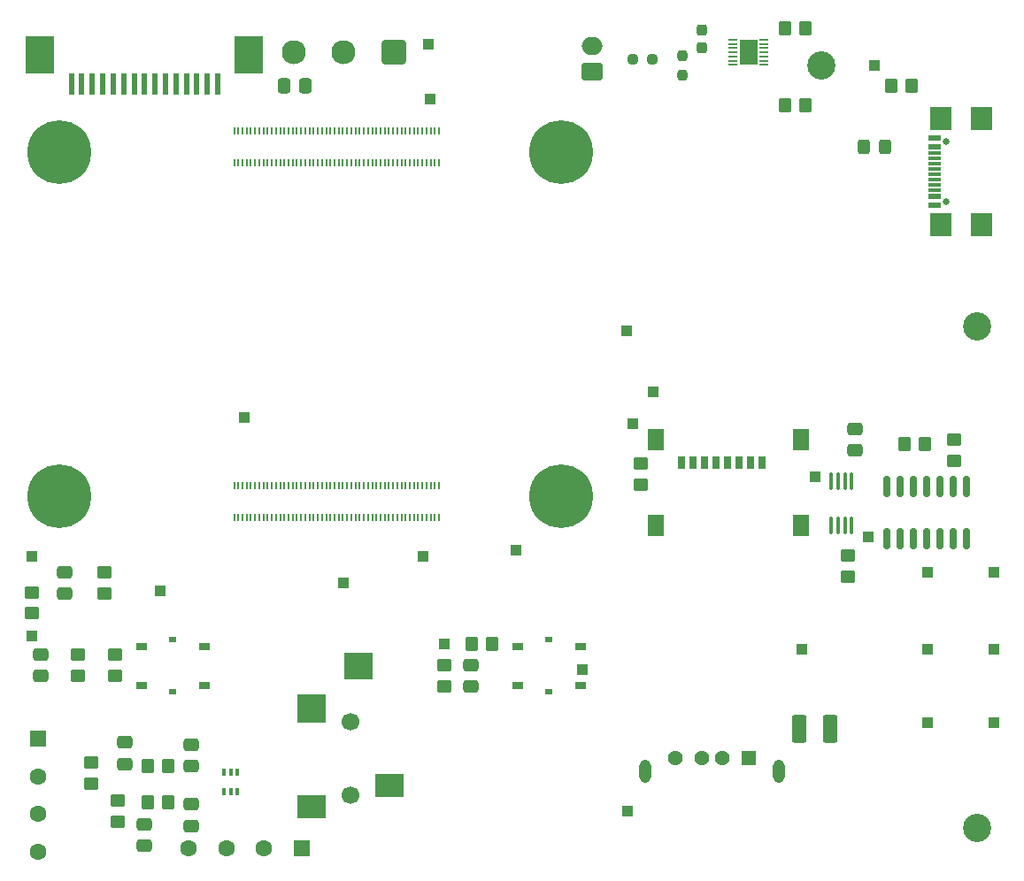
<source format=gbr>
%TF.GenerationSoftware,KiCad,Pcbnew,(6.0.5)*%
%TF.CreationDate,2022-05-15T18:43:58+01:00*%
%TF.ProjectId,CM4Carrier,434d3443-6172-4726-9965-722e6b696361,Rev1-Untested*%
%TF.SameCoordinates,Original*%
%TF.FileFunction,Soldermask,Bot*%
%TF.FilePolarity,Negative*%
%FSLAX46Y46*%
G04 Gerber Fmt 4.6, Leading zero omitted, Abs format (unit mm)*
G04 Created by KiCad (PCBNEW (6.0.5)) date 2022-05-15 18:43:58*
%MOMM*%
%LPD*%
G01*
G04 APERTURE LIST*
G04 Aperture macros list*
%AMRoundRect*
0 Rectangle with rounded corners*
0 $1 Rounding radius*
0 $2 $3 $4 $5 $6 $7 $8 $9 X,Y pos of 4 corners*
0 Add a 4 corners polygon primitive as box body*
4,1,4,$2,$3,$4,$5,$6,$7,$8,$9,$2,$3,0*
0 Add four circle primitives for the rounded corners*
1,1,$1+$1,$2,$3*
1,1,$1+$1,$4,$5*
1,1,$1+$1,$6,$7*
1,1,$1+$1,$8,$9*
0 Add four rect primitives between the rounded corners*
20,1,$1+$1,$2,$3,$4,$5,0*
20,1,$1+$1,$4,$5,$6,$7,0*
20,1,$1+$1,$6,$7,$8,$9,0*
20,1,$1+$1,$8,$9,$2,$3,0*%
G04 Aperture macros list end*
%ADD10C,2.700000*%
%ADD11R,1.000000X1.000000*%
%ADD12RoundRect,0.250000X-0.550000X0.550000X-0.550000X-0.550000X0.550000X-0.550000X0.550000X0.550000X0*%
%ADD13C,1.600000*%
%ADD14RoundRect,0.250000X0.550000X0.550000X-0.550000X0.550000X-0.550000X-0.550000X0.550000X-0.550000X0*%
%ADD15RoundRect,0.250001X0.899999X0.899999X-0.899999X0.899999X-0.899999X-0.899999X0.899999X-0.899999X0*%
%ADD16C,2.300000*%
%ADD17R,1.000000X0.700000*%
%ADD18R,0.700000X0.600000*%
%ADD19C,1.700000*%
%ADD20R,2.800000X2.200000*%
%ADD21R,2.800000X2.800000*%
%ADD22R,2.800000X2.600000*%
%ADD23RoundRect,0.250000X0.475000X-0.337500X0.475000X0.337500X-0.475000X0.337500X-0.475000X-0.337500X0*%
%ADD24RoundRect,0.250000X-0.450000X0.350000X-0.450000X-0.350000X0.450000X-0.350000X0.450000X0.350000X0*%
%ADD25R,0.400000X0.650000*%
%ADD26RoundRect,0.250000X-0.475000X0.337500X-0.475000X-0.337500X0.475000X-0.337500X0.475000X0.337500X0*%
%ADD27RoundRect,0.100000X0.100000X-0.712500X0.100000X0.712500X-0.100000X0.712500X-0.100000X-0.712500X0*%
%ADD28RoundRect,0.237500X0.250000X0.237500X-0.250000X0.237500X-0.250000X-0.237500X0.250000X-0.237500X0*%
%ADD29RoundRect,0.250000X-0.337500X-0.475000X0.337500X-0.475000X0.337500X0.475000X-0.337500X0.475000X0*%
%ADD30RoundRect,0.250000X0.350000X0.450000X-0.350000X0.450000X-0.350000X-0.450000X0.350000X-0.450000X0*%
%ADD31RoundRect,0.250001X-0.462499X-1.074999X0.462499X-1.074999X0.462499X1.074999X-0.462499X1.074999X0*%
%ADD32RoundRect,0.150000X-0.150000X0.825000X-0.150000X-0.825000X0.150000X-0.825000X0.150000X0.825000X0*%
%ADD33RoundRect,0.250000X0.450000X-0.350000X0.450000X0.350000X-0.450000X0.350000X-0.450000X-0.350000X0*%
%ADD34C,6.100000*%
%ADD35R,0.200000X0.700000*%
%ADD36R,0.610000X2.000000*%
%ADD37R,2.680000X3.600000*%
%ADD38RoundRect,0.250000X0.325000X0.450000X-0.325000X0.450000X-0.325000X-0.450000X0.325000X-0.450000X0*%
%ADD39RoundRect,0.250000X-0.350000X-0.450000X0.350000X-0.450000X0.350000X0.450000X-0.350000X0.450000X0*%
%ADD40RoundRect,0.250000X0.750000X-0.600000X0.750000X0.600000X-0.750000X0.600000X-0.750000X-0.600000X0*%
%ADD41O,2.000000X1.700000*%
%ADD42RoundRect,0.050000X0.337500X0.050000X-0.337500X0.050000X-0.337500X-0.050000X0.337500X-0.050000X0*%
%ADD43R,1.780000X2.350000*%
%ADD44C,0.650000*%
%ADD45R,1.150000X0.600000*%
%ADD46R,1.150000X0.300000*%
%ADD47R,2.000000X2.180000*%
%ADD48R,1.428000X1.428000*%
%ADD49C,1.428000*%
%ADD50O,1.108000X2.216000*%
%ADD51R,0.800000X1.200000*%
%ADD52R,1.500000X2.000000*%
%ADD53RoundRect,0.237500X0.237500X-0.250000X0.237500X0.250000X-0.237500X0.250000X-0.237500X-0.250000X0*%
%ADD54RoundRect,0.237500X0.237500X-0.300000X0.237500X0.300000X-0.237500X0.300000X-0.237500X-0.300000X0*%
G04 APERTURE END LIST*
D10*
%TO.C,REF\u002A\u002A*%
X200297000Y-136462000D03*
%TD*%
D11*
%TO.C,TP26*%
X190500000Y-63500000D03*
%TD*%
%TO.C,TP5*%
X166740000Y-88900000D03*
%TD*%
%TO.C,TP7*%
X147320000Y-110490000D03*
%TD*%
%TO.C,TP18*%
X156210000Y-109855000D03*
%TD*%
%TO.C,TP2*%
X166878000Y-134874000D03*
%TD*%
%TO.C,TP10*%
X162560000Y-121285000D03*
%TD*%
%TO.C,TP23*%
X189865000Y-108585000D03*
%TD*%
D12*
%TO.C,J2*%
X110490000Y-127949999D03*
D13*
X110490000Y-131549999D03*
X110490000Y-135149999D03*
X110490000Y-138749999D03*
%TD*%
D10*
%TO.C,REF\u002A\u002A*%
X185400000Y-63470000D03*
%TD*%
D11*
%TO.C,TP6*%
X109855000Y-110490000D03*
%TD*%
%TO.C,TP9*%
X109855000Y-118110000D03*
%TD*%
%TO.C,TP27*%
X122174000Y-113792000D03*
%TD*%
%TO.C,TP4*%
X169275000Y-94742000D03*
%TD*%
D10*
%TO.C,REF\u002A\u002A*%
X200297000Y-88464000D03*
%TD*%
D11*
%TO.C,TP1*%
X147955000Y-66675000D03*
%TD*%
%TO.C,TP19*%
X183515000Y-119380000D03*
%TD*%
D14*
%TO.C,J8*%
X135680000Y-138430000D03*
D13*
X132080000Y-138430000D03*
X128480000Y-138430000D03*
X124880000Y-138430000D03*
%TD*%
D15*
%TO.C,J7*%
X144500000Y-62230000D03*
D16*
X139700000Y-62230000D03*
X134900000Y-62230000D03*
%TD*%
D11*
%TO.C,TP3*%
X167386000Y-97790000D03*
%TD*%
%TO.C,TP8*%
X130175000Y-97155000D03*
%TD*%
%TO.C,TP24*%
X147828000Y-61468000D03*
%TD*%
%TO.C,TP11*%
X139700000Y-113030000D03*
%TD*%
%TO.C,TP22*%
X184785000Y-102870000D03*
%TD*%
%TO.C,TP14*%
X201930000Y-119380000D03*
%TD*%
D17*
%TO.C,SW14*%
X126349995Y-119119913D03*
X120349995Y-119119913D03*
X126349995Y-122819913D03*
X120349995Y-122819913D03*
D18*
X123349995Y-118469913D03*
X123349995Y-123469913D03*
%TD*%
D19*
%TO.C,J6*%
X140335000Y-133310000D03*
X140335000Y-126310000D03*
D20*
X144035000Y-132410000D03*
X136635000Y-134410000D03*
D21*
X136635000Y-125010000D03*
D22*
X141085000Y-121010000D03*
%TD*%
D11*
%TO.C,TP12*%
X195580000Y-119380000D03*
%TD*%
%TO.C,TP13*%
X195580000Y-126365000D03*
%TD*%
D23*
%TO.C,C14*%
X113030000Y-114067500D03*
X113030000Y-111992500D03*
%TD*%
D24*
%TO.C,R15*%
X116840000Y-112030000D03*
X116840000Y-114030000D03*
%TD*%
%TO.C,R2*%
X168148000Y-101616000D03*
X168148000Y-103616000D03*
%TD*%
D25*
%TO.C,D4*%
X129555011Y-133044997D03*
X128905000Y-133045000D03*
X128255000Y-133045000D03*
X128255000Y-131145000D03*
X128905000Y-131145000D03*
X129555000Y-131145000D03*
%TD*%
D26*
%TO.C,C34*%
X151892000Y-120882500D03*
X151892000Y-122957500D03*
%TD*%
D27*
%TO.C,U1*%
X188300000Y-107522500D03*
X187650000Y-107522500D03*
X187000007Y-107522493D03*
X186350000Y-107522500D03*
X186350000Y-103297500D03*
X187000000Y-103297500D03*
X187650000Y-103297500D03*
X188300000Y-103297500D03*
%TD*%
D28*
%TO.C,R10*%
X169187500Y-62865000D03*
X167362500Y-62865000D03*
%TD*%
D29*
%TO.C,C26*%
X133985000Y-65405000D03*
X136060000Y-65405000D03*
%TD*%
D26*
%TO.C,C29*%
X125095000Y-134217500D03*
X125095000Y-136292500D03*
%TD*%
D23*
%TO.C,C1*%
X188595000Y-100330000D03*
X188595000Y-98255000D03*
%TD*%
D30*
%TO.C,R46*%
X153908000Y-118872000D03*
X151908000Y-118872000D03*
%TD*%
%TO.C,R38*%
X194040000Y-65405000D03*
X192040000Y-65405000D03*
%TD*%
D26*
%TO.C,C33*%
X110744000Y-119866500D03*
X110744000Y-121941500D03*
%TD*%
D24*
%TO.C,R3*%
X187960000Y-110395000D03*
X187960000Y-112395000D03*
%TD*%
D11*
%TO.C,TP15*%
X201930000Y-126365000D03*
%TD*%
D23*
%TO.C,C30*%
X125095000Y-130577500D03*
X125095000Y-128502500D03*
%TD*%
D31*
%TO.C,F1*%
X183297500Y-127000000D03*
X186272500Y-127000000D03*
%TD*%
D24*
%TO.C,R39*%
X118110000Y-133890000D03*
X118110000Y-135890000D03*
%TD*%
D32*
%TO.C,U5*%
X191643000Y-103824000D03*
X192913000Y-103824000D03*
X194183000Y-103824000D03*
X195453000Y-103824000D03*
X196723000Y-103824000D03*
X197993000Y-103824000D03*
X199263000Y-103824000D03*
X199263000Y-108774000D03*
X197993000Y-108774000D03*
X196723000Y-108774000D03*
X195453000Y-108774000D03*
X194183000Y-108774000D03*
X192913000Y-108774000D03*
X191643000Y-108774000D03*
%TD*%
D33*
%TO.C,R50*%
X149352000Y-122920000D03*
X149352000Y-120920000D03*
%TD*%
D24*
%TO.C,R45*%
X117856000Y-119904000D03*
X117856000Y-121904000D03*
%TD*%
D11*
%TO.C,TP16*%
X195580000Y-112014000D03*
%TD*%
D34*
%TO.C,Module1*%
X112525000Y-71765000D03*
X160525000Y-104765000D03*
X160525000Y-71765000D03*
X112525000Y-104765000D03*
D35*
X129225000Y-69765000D03*
X129225000Y-72845000D03*
X129625000Y-69765000D03*
X129625000Y-72845000D03*
X130025000Y-69765000D03*
X130025000Y-72845000D03*
X130425000Y-69765000D03*
X130425000Y-72845000D03*
X130825000Y-69765000D03*
X130825000Y-72845000D03*
X131225000Y-69765000D03*
X131225000Y-72845000D03*
X131625000Y-69765000D03*
X131625000Y-72845000D03*
X132025000Y-69765000D03*
X132025000Y-72845000D03*
X132425000Y-69765000D03*
X132425000Y-72845000D03*
X132825000Y-69765000D03*
X132825000Y-72845000D03*
X133225000Y-69765000D03*
X133225000Y-72845000D03*
X133625000Y-69765000D03*
X133625000Y-72845000D03*
X134025000Y-69765000D03*
X134025000Y-72845000D03*
X134425000Y-69765000D03*
X134425000Y-72845000D03*
X134825000Y-69765000D03*
X134825000Y-72845000D03*
X135225000Y-69765000D03*
X135225000Y-72845000D03*
X135625000Y-69765000D03*
X135625000Y-72845000D03*
X136025000Y-69765000D03*
X136025000Y-72845000D03*
X136425000Y-69765000D03*
X136425000Y-72845000D03*
X136825000Y-69765000D03*
X136825000Y-72845000D03*
X137225000Y-69765000D03*
X137225000Y-72845000D03*
X137625000Y-69765000D03*
X137625000Y-72845000D03*
X138025000Y-69765000D03*
X138025000Y-72845000D03*
X138425000Y-69765000D03*
X138425000Y-72845000D03*
X138825000Y-69765000D03*
X138825000Y-72845000D03*
X139225000Y-69765000D03*
X139225000Y-72845000D03*
X139625000Y-69765000D03*
X139625000Y-72845000D03*
X140025000Y-69765000D03*
X140025000Y-72845000D03*
X140425000Y-69765000D03*
X140425000Y-72845000D03*
X140825000Y-69765000D03*
X140825000Y-72845000D03*
X141225000Y-69765000D03*
X141225000Y-72845000D03*
X141625000Y-69765000D03*
X141625000Y-72845000D03*
X142025000Y-69765000D03*
X142025000Y-72845000D03*
X142425000Y-69765000D03*
X142425000Y-72845000D03*
X142825000Y-69765000D03*
X142825000Y-72845000D03*
X143225000Y-69765000D03*
X143225000Y-72845000D03*
X143625000Y-69765000D03*
X143625000Y-72845000D03*
X144025000Y-69765000D03*
X144025000Y-72845000D03*
X144425000Y-69765000D03*
X144425000Y-72845000D03*
X144825000Y-69765000D03*
X144825000Y-72845000D03*
X145225000Y-69765000D03*
X145225000Y-72845000D03*
X145625000Y-69765000D03*
X145625000Y-72845000D03*
X146025000Y-69765000D03*
X146025000Y-72845000D03*
X146425000Y-69765000D03*
X146425000Y-72845000D03*
X146825000Y-69765000D03*
X146825000Y-72845000D03*
X147225000Y-69765000D03*
X147225000Y-72845000D03*
X147625000Y-69765000D03*
X147625000Y-72845000D03*
X148025000Y-69765000D03*
X148025000Y-72845000D03*
X148425000Y-69765000D03*
X148425000Y-72845000D03*
X148825000Y-69765000D03*
X148825000Y-72845000D03*
X129225000Y-103685000D03*
X129225000Y-106765000D03*
X129625000Y-103685000D03*
X129625000Y-106765000D03*
X130025000Y-103685000D03*
X130025000Y-106765000D03*
X130425000Y-103685000D03*
X130425000Y-106765000D03*
X130825000Y-103685000D03*
X130825000Y-106765000D03*
X131225000Y-103685000D03*
X131225000Y-106765000D03*
X131625000Y-103685000D03*
X131625000Y-106765000D03*
X132025000Y-103685000D03*
X132025000Y-106765000D03*
X132425000Y-103685000D03*
X132425000Y-106765000D03*
X132825000Y-103685000D03*
X132825000Y-106765000D03*
X133225000Y-103685000D03*
X133225000Y-106765000D03*
X133625000Y-103685000D03*
X133625000Y-106765000D03*
X134025000Y-103685000D03*
X134025000Y-106765000D03*
X134425000Y-103685000D03*
X134425000Y-106765000D03*
X134825000Y-103685000D03*
X134825000Y-106765000D03*
X135225000Y-103685000D03*
X135225000Y-106765000D03*
X135625000Y-103685000D03*
X135625000Y-106765000D03*
X136025000Y-103685000D03*
X136025000Y-106765000D03*
X136425000Y-103685000D03*
X136425000Y-106765000D03*
X136825000Y-103685000D03*
X136825000Y-106765000D03*
X137225000Y-103685000D03*
X137225000Y-106765000D03*
X137625000Y-103685000D03*
X137625000Y-106765000D03*
X138025000Y-103685000D03*
X138025000Y-106765000D03*
X138425000Y-103685000D03*
X138425000Y-106765000D03*
X138825000Y-103685000D03*
X138825000Y-106765000D03*
X139225000Y-103685000D03*
X139225000Y-106765000D03*
X139625000Y-103685000D03*
X139625000Y-106765000D03*
X140025000Y-103685000D03*
X140025000Y-106765000D03*
X140425000Y-103685000D03*
X140425000Y-106765000D03*
X140825000Y-103685000D03*
X140825000Y-106765000D03*
X141225000Y-103685000D03*
X141225000Y-106765000D03*
X141625000Y-103685000D03*
X141625000Y-106765000D03*
X142025000Y-103685000D03*
X142025000Y-106765000D03*
X142425000Y-103685000D03*
X142425000Y-106765000D03*
X142825000Y-103685000D03*
X142825000Y-106765000D03*
X143225000Y-103685000D03*
X143225000Y-106765000D03*
X143625000Y-103685000D03*
X143625000Y-106765000D03*
X144025000Y-103685000D03*
X144025000Y-106765000D03*
X144425000Y-103685000D03*
X144425000Y-106765000D03*
X144825000Y-103685000D03*
X144825000Y-106765000D03*
X145225000Y-103685000D03*
X145225000Y-106765000D03*
X145625000Y-103685000D03*
X145625000Y-106765000D03*
X146025000Y-103685000D03*
X146025000Y-106765000D03*
X146425000Y-103685000D03*
X146425000Y-106765000D03*
X146825000Y-103685000D03*
X146825000Y-106765000D03*
X147225000Y-103685000D03*
X147225000Y-106765000D03*
X147625000Y-103685000D03*
X147625000Y-106765000D03*
X148025000Y-103685000D03*
X148025000Y-106765000D03*
X148425000Y-103685000D03*
X148425000Y-106765000D03*
X148825000Y-103685000D03*
X148825000Y-106765000D03*
%TD*%
D36*
%TO.C,J5*%
X113650000Y-65245000D03*
X114650000Y-65245000D03*
X115650000Y-65245000D03*
X116650000Y-65245000D03*
X117650000Y-65245000D03*
X118650000Y-65245000D03*
X119650000Y-65245000D03*
X120650000Y-65245000D03*
X121650000Y-65245000D03*
X122650000Y-65245000D03*
X123650000Y-65245000D03*
X124650000Y-65245000D03*
X125650000Y-65245000D03*
X126650000Y-65245000D03*
X127650000Y-65245000D03*
D37*
X110660000Y-62445000D03*
X130640000Y-62445000D03*
%TD*%
D24*
%TO.C,R40*%
X115570000Y-130212500D03*
X115570000Y-132212500D03*
%TD*%
D30*
%TO.C,R42*%
X122920000Y-130577499D03*
X120920000Y-130577499D03*
%TD*%
D33*
%TO.C,R49*%
X114300000Y-121904000D03*
X114300000Y-119904000D03*
%TD*%
D11*
%TO.C,TP28*%
X149352000Y-118872000D03*
%TD*%
D38*
%TO.C,F2*%
X191525000Y-71247000D03*
X189475000Y-71247000D03*
%TD*%
D39*
%TO.C,TH1*%
X181880000Y-59944000D03*
X183880000Y-59944000D03*
%TD*%
D26*
%TO.C,C27*%
X120649999Y-136122500D03*
X120649999Y-138197500D03*
%TD*%
D17*
%TO.C,SW15*%
X162349999Y-119119913D03*
X156349999Y-119119913D03*
X162349999Y-122819913D03*
X156349999Y-122819913D03*
D18*
X159349999Y-118469913D03*
X159349999Y-123469913D03*
%TD*%
D33*
%TO.C,R13*%
X109855000Y-115935000D03*
X109855000Y-113935000D03*
%TD*%
D40*
%TO.C,BT1*%
X163470000Y-64115000D03*
D41*
X163470000Y-61615000D03*
%TD*%
D42*
%TO.C,U3*%
X179922500Y-61030000D03*
X179922500Y-61430000D03*
X179922500Y-61830000D03*
X179922500Y-62230000D03*
X179922500Y-62630000D03*
X179922500Y-63030000D03*
X179922500Y-63430000D03*
X176947500Y-63430000D03*
X176947500Y-63030000D03*
X176947500Y-62630000D03*
X176947500Y-62230000D03*
X176947500Y-61830000D03*
X176947500Y-61430000D03*
X176947500Y-61030000D03*
D43*
X178435000Y-62230000D03*
%TD*%
D44*
%TO.C,J4*%
X197327500Y-76550000D03*
X197327500Y-70770000D03*
D45*
X196252500Y-70460000D03*
X196252500Y-71260000D03*
D46*
X196252500Y-72410000D03*
X196252500Y-73410000D03*
X196252500Y-73910000D03*
X196252500Y-74910000D03*
D45*
X196252500Y-76860000D03*
X196252500Y-76060000D03*
D46*
X196252500Y-75410000D03*
X196252500Y-74410000D03*
X196252500Y-72910000D03*
X196252500Y-71910000D03*
D47*
X196827500Y-68550000D03*
X196827500Y-78770000D03*
X200757500Y-68550000D03*
X200757500Y-78770000D03*
%TD*%
D30*
%TO.C,R41*%
X122920000Y-133984999D03*
X120920000Y-133984999D03*
%TD*%
D48*
%TO.C,J3*%
X178450000Y-129822500D03*
D49*
X175950000Y-129822500D03*
X173950000Y-129822500D03*
X171450000Y-129822500D03*
D50*
X181350000Y-131022500D03*
X168550000Y-131022500D03*
%TD*%
D23*
%TO.C,C28*%
X118745000Y-130344999D03*
X118745000Y-128269999D03*
%TD*%
D30*
%TO.C,R8*%
X183880000Y-67310000D03*
X181880000Y-67310000D03*
%TD*%
D51*
%TO.C,J1*%
X179755000Y-101515000D03*
X178655000Y-101515000D03*
X177555000Y-101515000D03*
X176455000Y-101515000D03*
X175355000Y-101515000D03*
X174255000Y-101515000D03*
X173155000Y-101515000D03*
X172055000Y-101515000D03*
D52*
X169585000Y-99315000D03*
X169585000Y-107515000D03*
X183475000Y-107515000D03*
X183475000Y-99315000D03*
%TD*%
D53*
%TO.C,R9*%
X172085000Y-64412500D03*
X172085000Y-62587500D03*
%TD*%
D54*
%TO.C,C10*%
X173990000Y-61822500D03*
X173990000Y-60097500D03*
%TD*%
D11*
%TO.C,TP17*%
X201930000Y-112014001D03*
%TD*%
D33*
%TO.C,R27*%
X198120000Y-101330000D03*
X198120000Y-99330000D03*
%TD*%
D30*
%TO.C,R29*%
X195310000Y-99695000D03*
X193310000Y-99695000D03*
%TD*%
M02*

</source>
